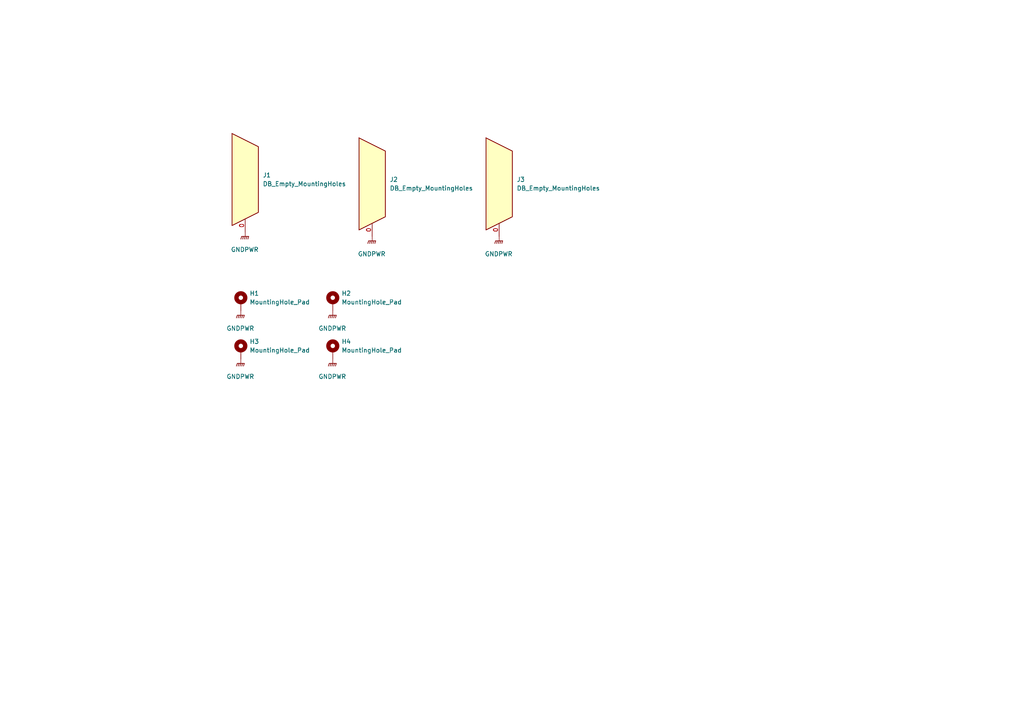
<source format=kicad_sch>
(kicad_sch (version 20211123) (generator eeschema)
  (paper "A4")
  (title_block (title "Front Panel ") (date "2023-01-23") (rev "A") (company "https://github.com/peterheinrich/DA20-C1-ProcedureTrainer ") (comment 1 "Open Hardware ") (comment 2 "License: CERN-OHL-P ") (comment 3 "© 2023 by Peter Heinrich ") (comment 4 "DA20 Hardware Cockpit Simulator Project"))
  (lib_symbols
    (symbol "Mechanical:MountingHole_Pad" (pin_numbers hide) (pin_names (offset 1.016) hide)
      (property "Reference" "H" (at 0 6.35 0))
      (property "Value" "MountingHole_Pad" (at 0 4.445 0))
      (symbol "MountingHole_Pad_0_1"
        (circle (center 0 1.27) (radius 1.27) (stroke (width 1.27)))
      )
      (symbol "MountingHole_Pad_1_1"
        (pin input line (at 0 -2.54 90) (length 2.54) (name "1") (number "1"))
      )
    )
    (symbol "db_cutout_mountingholes:DB_Empty_MountingHoles" (pin_names (offset 1.016) hide)
      (property "Reference" "J?" (at 5.08 1.2701 0))
      (property "Value" "DB9_Female_MountingHoles" (at 5.08 -1.2699 0))
      (symbol "DB_Empty_MountingHoles_0_1"
        (polyline (pts (xy -3.81 13.335) (xy -3.81 -13.335) (xy 3.81 -9.525) (xy 3.81 9.525) (xy -3.81 13.335)) (stroke (width 0.254)) (fill (type background)))
      )
      (symbol "DB_Empty_MountingHoles_1_1"
        (pin passive line (at 0 -15.24 90) (length 3.81) (name "PAD") (number "0"))
      )
    )
    (symbol "power:GNDPWR" (power) (pin_names (offset 0))
      (property "Value" "GNDPWR" (at 0 -3.302 0))
      (symbol "GNDPWR_0_1"
        (polyline (pts (xy 0 -1.27) (xy 0 0)))
        (polyline (pts (xy -1.016 -1.27) (xy -1.27 -2.032) (xy -1.27 -2.032)) (stroke (width 0.2032)))
        (polyline (pts (xy -0.508 -1.27) (xy -0.762 -2.032) (xy -0.762 -2.032)) (stroke (width 0.2032)))
        (polyline (pts (xy 0 -1.27) (xy -0.254 -2.032) (xy -0.254 -2.032)) (stroke (width 0.2032)))
        (polyline (pts (xy 0.508 -1.27) (xy 0.254 -2.032) (xy 0.254 -2.032)) (stroke (width 0.2032)))
        (polyline (pts (xy 1.016 -1.27) (xy -1.016 -1.27) (xy -1.016 -1.27)) (stroke (width 0.2032)))
        (polyline (pts (xy 1.016 -1.27) (xy 0.762 -2.032) (xy 0.762 -2.032) (xy 0.762 -2.032)) (stroke (width 0.2032)))
      )
      (symbol "GNDPWR_1_1"
        (pin power_in line (at 0 0 270) (length 0) hide (name "GNDPWR") (number "1"))
      )
    )
  )
  (symbol (lib_id "power:GNDPWR") (at 144.78 68.58 0) (unit 1)
    (property "Reference" "#PWR03" (effects hide))
    (property "Value" "GNDPWR" (at 144.653 73.66 0))
  )
  (symbol (lib_id "power:GNDPWR") (at 69.85 90.17 0) (unit 1)
    (property "Reference" "#PWR04" (effects hide))
    (property "Value" "GNDPWR" (at 69.723 95.25 0))
  )
  (symbol (lib_id "db_cutout_mountingholes:DB_Empty_MountingHoles") (at 107.95 53.34 0) (unit 1)
    (property "Reference" "J2" (at 113.03 52.0699 0) (effects (justify left)))
    (property "Value" "DB_Empty_MountingHoles" (at 113.03 54.6099 0) (effects (justify left)))
    (property "Footprint" "dsub_cutouts:DSUB-9_Cutout_MountingHoles" (effects hide))
    (property "Datasheet" " ~" (effects hide))
  )
  (symbol (lib_id "power:GNDPWR") (at 107.95 68.58 0) (unit 1)
    (property "Reference" "#PWR02" (effects hide))
    (property "Value" "GNDPWR" (at 107.823 73.66 0))
  )
  (symbol (lib_id "power:GNDPWR") (at 96.52 90.17 0) (unit 1)
    (property "Reference" "#PWR05" (effects hide))
    (property "Value" "GNDPWR" (at 96.393 95.25 0))
  )
  (symbol (lib_id "power:GNDPWR") (at 96.52 104.14 0) (unit 1)
    (property "Reference" "#PWR07" (effects hide))
    (property "Value" "GNDPWR" (at 96.393 109.22 0))
  )
  (symbol (lib_id "Mechanical:MountingHole_Pad") (at 69.85 87.63 0) (unit 1)
    (property "Reference" "H1" (at 72.39 85.0899 0) (effects (justify left)))
    (property "Value" "MountingHole_Pad" (at 72.39 87.6299 0) (effects (justify left)))
    (property "Footprint" "MountingHole:MountingHole_3.2mm_M3_DIN965_Pad" (effects hide))
  )
  (symbol (lib_id "Mechanical:MountingHole_Pad") (at 69.85 101.6 0) (unit 1)
    (property "Reference" "H3" (at 72.39 99.0599 0) (effects (justify left)))
    (property "Value" "MountingHole_Pad" (at 72.39 101.5999 0) (effects (justify left)))
    (property "Footprint" "MountingHole:MountingHole_3.2mm_M3_DIN965_Pad" (effects hide))
  )
  (symbol (lib_id "power:GNDPWR") (at 69.85 104.14 0) (unit 1)
    (property "Reference" "#PWR06" (effects hide))
    (property "Value" "GNDPWR" (at 69.723 109.22 0))
  )
  (symbol (lib_id "db_cutout_mountingholes:DB_Empty_MountingHoles") (at 144.78 53.34 0) (unit 1)
    (property "Reference" "J3" (at 149.86 52.0699 0) (effects (justify left)))
    (property "Value" "DB_Empty_MountingHoles" (at 149.86 54.6099 0) (effects (justify left)))
    (property "Footprint" "dsub_cutouts:DSUB-25_Cutout_MountingHoles" (effects hide))
    (property "Datasheet" " ~" (effects hide))
  )
  (symbol (lib_id "Mechanical:MountingHole_Pad") (at 96.52 101.6 0) (unit 1)
    (property "Reference" "H4" (at 99.06 99.0599 0) (effects (justify left)))
    (property "Value" "MountingHole_Pad" (at 99.06 101.5999 0) (effects (justify left)))
    (property "Footprint" "MountingHole:MountingHole_3.2mm_M3_DIN965_Pad" (effects hide))
  )
  (symbol (lib_id "db_cutout_mountingholes:DB_Empty_MountingHoles") (at 71.12 52.07 0) (unit 1)
    (property "Reference" "J1" (at 76.2 50.7999 0) (effects (justify left)))
    (property "Value" "DB_Empty_MountingHoles" (at 76.2 53.3399 0) (effects (justify left)))
    (property "Footprint" "dsub_cutouts:DSUB-9_Cutout_MountingHoles" (effects hide))
    (property "Datasheet" " ~" (effects hide))
  )
  (symbol (lib_id "Mechanical:MountingHole_Pad") (at 96.52 87.63 0) (unit 1)
    (property "Reference" "H2" (at 99.06 85.0899 0) (effects (justify left)))
    (property "Value" "MountingHole_Pad" (at 99.06 87.6299 0) (effects (justify left)))
    (property "Footprint" "MountingHole:MountingHole_3.2mm_M3_DIN965_Pad" (effects hide))
  )
  (symbol (lib_id "power:GNDPWR") (at 71.12 67.31 0) (unit 1)
    (property "Reference" "#PWR01" (effects hide))
    (property "Value" "GNDPWR" (at 70.993 72.39 0))
  )
)
</source>
